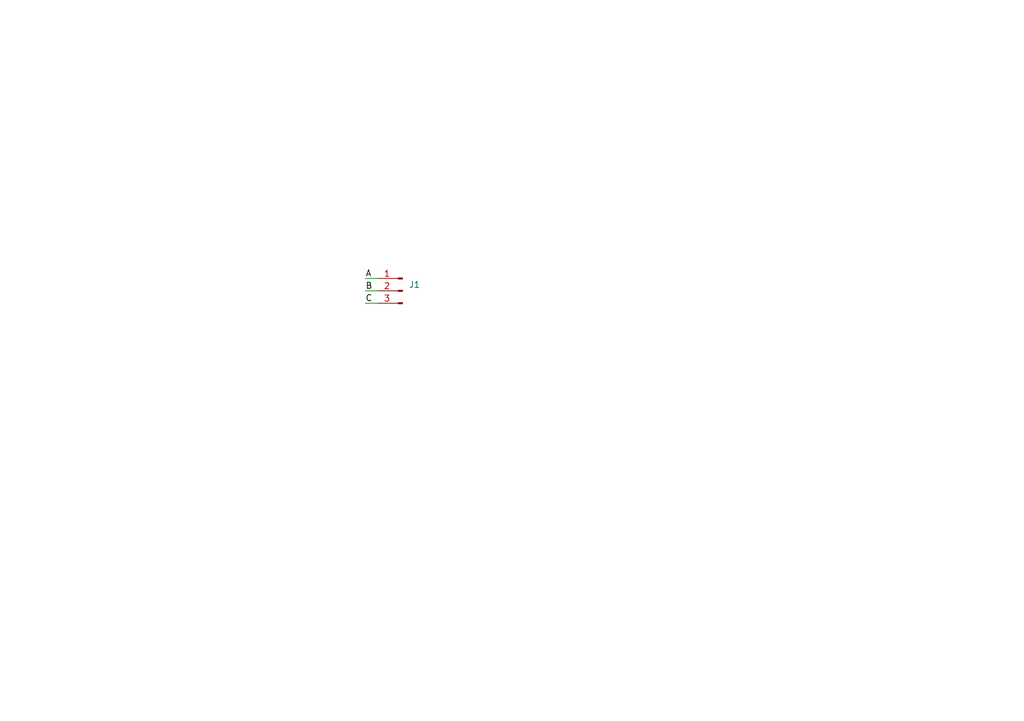
<source format=kicad_sch>
(kicad_sch (version 20231120) (generator "eeschema") (generator_version "8.0")
  (paper "A5")
  (lib_symbols
    (symbol "Connector:Conn_01x03_Pin" (pin_names (offset 1.016) hide)
      (property "Reference" "J" (at 0 5.08 0))
      (property "Value" "Conn_01x03_Pin" (at 0 -5.08 0))
      (symbol "Conn_01x03_Pin_1_1"
        (polyline (pts (xy 1.27 -2.54) (xy 0.8636 -2.54)) (stroke (width 0.1524)))
        (polyline (pts (xy 1.27 0) (xy 0.8636 0)) (stroke (width 0.1524)))
        (polyline (pts (xy 1.27 2.54) (xy 0.8636 2.54)) (stroke (width 0.1524)))
        (rectangle (start 0.8636 -2.413) (end 0 -2.667) (stroke (width 0.1524)) (fill (type outline)))
        (rectangle (start 0.8636 0.127) (end 0 -0.127) (stroke (width 0.1524)) (fill (type outline)))
        (rectangle (start 0.8636 2.667) (end 0 2.413) (stroke (width 0.1524)) (fill (type outline)))
        (pin passive line (at 5.08 2.54 180) (length 3.81) (name "Pin_1") (number "1"))
        (pin passive line (at 5.08 0 180) (length 3.81) (name "Pin_2") (number "2"))
        (pin passive line (at 5.08 -2.54 180) (length 3.81) (name "Pin_3") (number "3"))
      )
    )
  )
  (wire (pts (xy 74.93 59.69) (xy 77.47 59.69)))
  (wire (pts (xy 74.93 62.23) (xy 77.47 62.23)))
  (wire (pts (xy 74.93 57.15) (xy 77.47 57.15)))
  (label "C" (at 74.93 62.23 0))
  (label "B" (at 74.93 59.69 0))
  (label "A" (at 74.93 57.15 0))
  (symbol (lib_id "Connector:Conn_01x03_Pin") (at 82.55 59.69 0) (mirror y) (unit 1)
    (property "Reference" "J1" (at 83.82 58.4199 0) (effects (justify right)))
    (property "Value" "Conn_01x03_Pin" (effects (hide yes)))
    (property "Footprint" "Connector_PinHeader_2.54mm:PinHeader_1x03_P2.54mm_Vertical" (effects (hide yes)))
    (property "Description" "Generic connector, single row, 01x03, script generated" (effects (hide yes)))
  )
)
</source>
